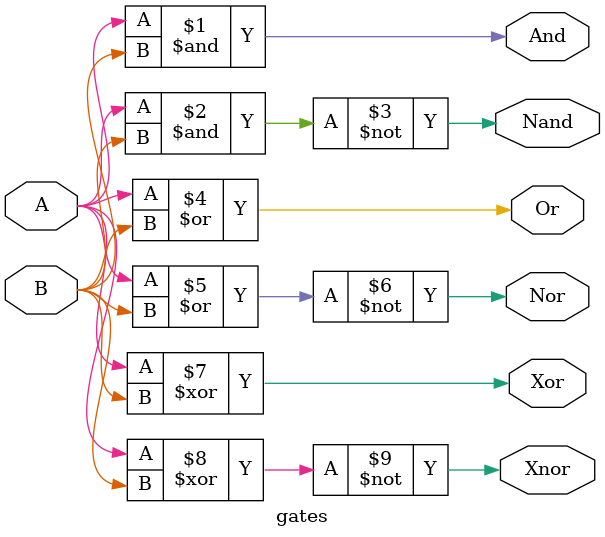
<source format=v>
module gates(
	input A,
	input B,
	output And,
	output Nand,
	output Or,
	output Nor,
	output Xor,
	output Xnor );

assign And = A & B;
assign Nand = ~(A & B);
assign Or = A | B ;
assign Nor = ~(A | B);
assign Xor = A ^ B ;
assign Xnor = ~(A ^ B) ;

endmodule	

</source>
